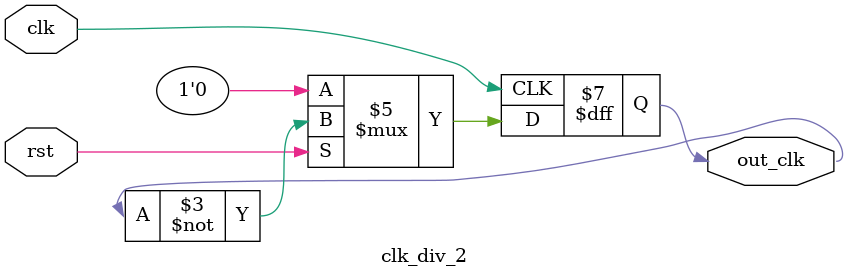
<source format=v>
module clk_div_2 ( clk ,rst,out_clk );
output reg out_clk;
input clk ;
input rst;
always @(posedge clk)
begin
if (~rst)
     out_clk <= 1'b0;
else
     out_clk <= ~out_clk;	
end
endmodule
</source>
